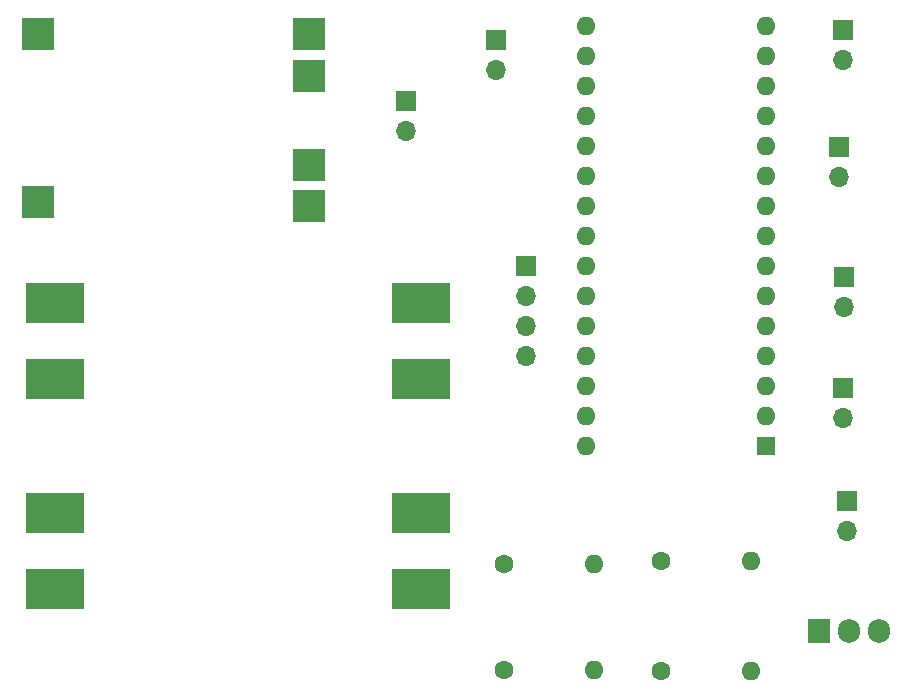
<source format=gbr>
%TF.GenerationSoftware,KiCad,Pcbnew,6.0.11+dfsg-1*%
%TF.CreationDate,2025-09-22T09:10:49+02:00*%
%TF.ProjectId,Rummikub_Timer,52756d6d-696b-4756-925f-54696d65722e,v1*%
%TF.SameCoordinates,Original*%
%TF.FileFunction,Soldermask,Top*%
%TF.FilePolarity,Negative*%
%FSLAX46Y46*%
G04 Gerber Fmt 4.6, Leading zero omitted, Abs format (unit mm)*
G04 Created by KiCad (PCBNEW 6.0.11+dfsg-1) date 2025-09-22 09:10:49*
%MOMM*%
%LPD*%
G01*
G04 APERTURE LIST*
%ADD10R,1.600000X1.600000*%
%ADD11O,1.600000X1.600000*%
%ADD12R,1.905000X2.000000*%
%ADD13O,1.905000X2.000000*%
%ADD14R,1.700000X1.700000*%
%ADD15O,1.700000X1.700000*%
%ADD16R,5.000000X3.500000*%
%ADD17C,1.600000*%
%ADD18R,2.800000X2.800000*%
G04 APERTURE END LIST*
D10*
%TO.C,A1*%
X170794178Y-107239308D03*
D11*
X170794178Y-104699308D03*
X170794178Y-102159308D03*
X170794178Y-99619308D03*
X170794178Y-97079308D03*
X170794178Y-94539308D03*
X170794178Y-91999308D03*
X170794178Y-89459308D03*
X170794178Y-86919308D03*
X170794178Y-84379308D03*
X170794178Y-81839308D03*
X170794178Y-79299308D03*
X170794178Y-76759308D03*
X170794178Y-74219308D03*
X170794178Y-71679308D03*
X155554178Y-71679308D03*
X155554178Y-74219308D03*
X155554178Y-76759308D03*
X155554178Y-79299308D03*
X155554178Y-81839308D03*
X155554178Y-84379308D03*
X155554178Y-86919308D03*
X155554178Y-89459308D03*
X155554178Y-91999308D03*
X155554178Y-94539308D03*
X155554178Y-97079308D03*
X155554178Y-99619308D03*
X155554178Y-102159308D03*
X155554178Y-104699308D03*
X155554178Y-107239308D03*
%TD*%
D12*
%TO.C,Q1*%
X175260000Y-122865000D03*
D13*
X177800000Y-122865000D03*
X180340000Y-122865000D03*
%TD*%
D14*
%TO.C,SW1*%
X147901678Y-72829308D03*
D15*
X147901678Y-75369308D03*
%TD*%
D16*
%TO.C,J3*%
X141624178Y-95149308D03*
X141624178Y-101599308D03*
X110624178Y-95099308D03*
X110624178Y-101599308D03*
%TD*%
D17*
%TO.C,R3*%
X148575530Y-126249308D03*
D11*
X156195530Y-126249308D03*
%TD*%
D14*
%TO.C,BZ1*%
X177294540Y-72047018D03*
D15*
X177294540Y-74587018D03*
%TD*%
D17*
%TO.C,R1*%
X161914178Y-117017078D03*
D11*
X169534178Y-117017078D03*
%TD*%
D14*
%TO.C,J5*%
X177686678Y-111929308D03*
D15*
X177686678Y-114469308D03*
%TD*%
D17*
%TO.C,R4*%
X148574202Y-117274822D03*
D11*
X156194202Y-117274822D03*
%TD*%
D14*
%TO.C,SW4*%
X176974178Y-81929308D03*
D15*
X176974178Y-84469308D03*
%TD*%
D14*
%TO.C,SW3*%
X177369178Y-92969308D03*
D15*
X177369178Y-95509308D03*
%TD*%
D16*
%TO.C,J4*%
X141624178Y-112929308D03*
X141624178Y-119379308D03*
X110624178Y-112879308D03*
X110624178Y-119379308D03*
%TD*%
D14*
%TO.C,J6*%
X150484178Y-92009308D03*
D15*
X150484178Y-94549308D03*
X150484178Y-97089308D03*
X150484178Y-99629308D03*
%TD*%
D17*
%TO.C,R2*%
X161914178Y-126289308D03*
D11*
X169534178Y-126289308D03*
%TD*%
D14*
%TO.C,J1*%
X140324178Y-78029308D03*
D15*
X140324178Y-80569308D03*
%TD*%
D18*
%TO.C,J2*%
X109180000Y-72390000D03*
X109180000Y-86590000D03*
X132080000Y-72390000D03*
X132080000Y-86890000D03*
X132080000Y-75890000D03*
X132080000Y-83490000D03*
%TD*%
D14*
%TO.C,SW2*%
X177284178Y-102339308D03*
D15*
X177284178Y-104879308D03*
%TD*%
M02*

</source>
